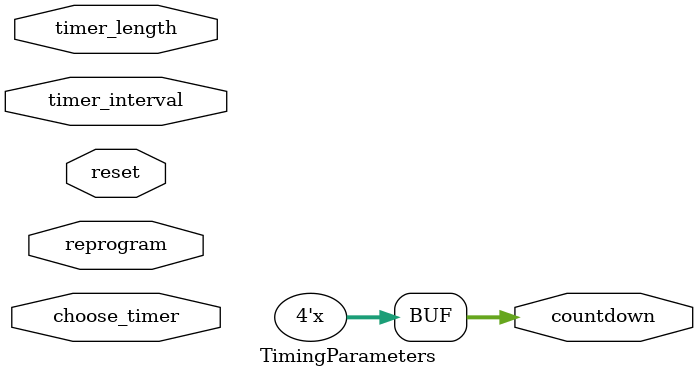
<source format=v>
`timescale 1ns / 1ps
module TimingParameters(
	input reset,
	input reprogram, 
    input [1:0] choose_timer,
    input [3:0] timer_length,
    input [1:0] timer_interval,
	output reg [3:0] countdown
    );
	
	//making all the regs to hold the changing times
	reg [3:0] t_alarm_on;
	reg [3:0] t_passenger_delay;
	reg [3:0] t_driver_delay;
	reg [3:0] t_arm_delay;

	//making parameters
    parameter [1:0] T_ALARM_ON = 2'b11;
    parameter [1:0] T_PASSENGER_DELAY = 2'b10;
    parameter [1:0] T_DRIVER_DELAY = 2'b01;
    parameter [1:0] T_ARM_DELAY = 2'b00;
	
	initial begin
		t_alarm_on = 4'b1010;
		t_passenger_delay = 4'b1111;
		t_driver_delay = 4'b1000;
		t_arm_delay = 4'b0110;
	end
	
	always @(*) begin
		if (reprogram) begin //user input
			case (choose_timer)
				T_ALARM_ON: t_alarm_on = timer_length;
   				T_PASSENGER_DELAY: t_passenger_delay = timer_length;
   				T_DRIVER_DELAY: t_driver_delay = timer_length;
   				T_ARM_DELAY: t_arm_delay = timer_length;
			endcase
		end
		else if (reset) begin
			t_alarm_on = 4'b1010;
			t_passenger_delay = 4'b1111;
			t_driver_delay = 4'b1000;
			t_arm_delay = 4'b0110;
		end
		else begin
			case (timer_interval) 
				T_ALARM_ON: countdown = t_alarm_on;
   				T_PASSENGER_DELAY: countdown = t_passenger_delay;
   				T_DRIVER_DELAY: countdown = t_driver_delay;
   				T_ARM_DELAY: countdown = t_arm_delay;
			endcase
		end
	end
endmodule

</source>
